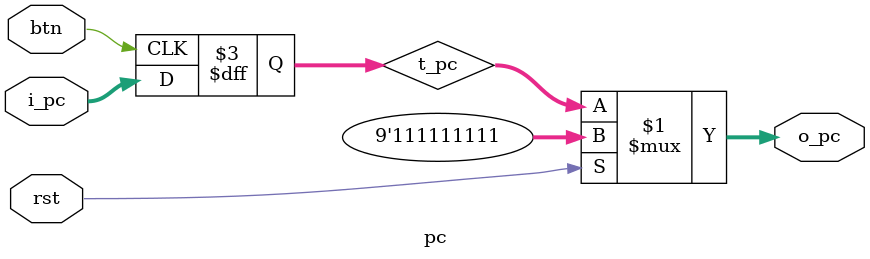
<source format=v>
`timescale 1ns / 1ps

module pc(btn, rst, i_pc, o_pc);
    input wire btn, rst;
    input wire[N-1:0] i_pc;
    output wire[N-1:0] o_pc;

    parameter N = 9;
    reg[N-1:0] t_pc;
    assign o_pc = rst ? {N{1'b1}}: t_pc;
    always @(posedge btn) begin
        t_pc <= i_pc;
    end

endmodule


</source>
